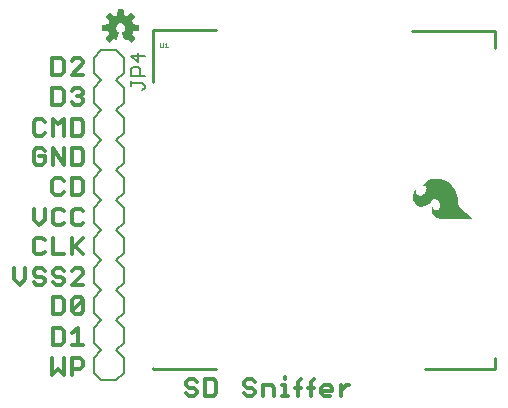
<source format=gbr>
G04 EAGLE Gerber RS-274X export*
G75*
%MOMM*%
%FSLAX34Y34*%
%LPD*%
%INSilkscreen Top*%
%IPPOS*%
%AMOC8*
5,1,8,0,0,1.08239X$1,22.5*%
G01*
%ADD10C,0.355600*%
%ADD11C,0.254000*%
%ADD12C,0.025400*%
%ADD13C,0.203200*%
%ADD14C,0.127000*%

G36*
X714852Y149547D02*
X714852Y149547D01*
X714854Y149547D01*
X714854Y149548D01*
X714855Y149549D01*
X714853Y149552D01*
X714852Y149554D01*
X714653Y149654D01*
X714254Y150054D01*
X714253Y150054D01*
X713553Y150654D01*
X712653Y151354D01*
X711653Y152254D01*
X710453Y153254D01*
X709253Y154354D01*
X707953Y155554D01*
X706553Y156854D01*
X705253Y157954D01*
X704154Y159053D01*
X703254Y160053D01*
X702554Y161053D01*
X702055Y162152D01*
X701755Y163251D01*
X701755Y167150D01*
X701755Y167151D01*
X701455Y169551D01*
X700855Y171751D01*
X700854Y171752D01*
X700855Y171752D01*
X699955Y173752D01*
X699954Y173752D01*
X699954Y173753D01*
X698754Y175653D01*
X697454Y177353D01*
X697453Y177353D01*
X697453Y177354D01*
X695853Y178854D01*
X694053Y180254D01*
X694052Y180254D01*
X690352Y182154D01*
X690351Y182155D01*
X686751Y183155D01*
X686751Y183154D01*
X686750Y183155D01*
X686687Y183159D01*
X686686Y183159D01*
X686600Y183164D01*
X686599Y183164D01*
X686513Y183169D01*
X686512Y183169D01*
X686426Y183174D01*
X686425Y183174D01*
X686339Y183178D01*
X686339Y183179D01*
X686252Y183183D01*
X686165Y183188D01*
X686078Y183193D01*
X685991Y183198D01*
X685904Y183203D01*
X685817Y183208D01*
X685730Y183213D01*
X685643Y183218D01*
X685556Y183223D01*
X685469Y183228D01*
X685382Y183233D01*
X685295Y183238D01*
X685208Y183243D01*
X685121Y183248D01*
X685034Y183253D01*
X684948Y183258D01*
X684947Y183258D01*
X684861Y183263D01*
X684860Y183263D01*
X684774Y183268D01*
X684773Y183268D01*
X684687Y183273D01*
X684686Y183273D01*
X684600Y183278D01*
X684599Y183278D01*
X684513Y183283D01*
X684512Y183283D01*
X684426Y183288D01*
X684339Y183293D01*
X684252Y183298D01*
X684165Y183303D01*
X684078Y183308D01*
X683991Y183313D01*
X683904Y183318D01*
X683817Y183323D01*
X683730Y183328D01*
X683643Y183333D01*
X683556Y183337D01*
X683556Y183338D01*
X683469Y183342D01*
X683382Y183347D01*
X683295Y183352D01*
X683250Y183355D01*
X683249Y183355D01*
X679949Y182855D01*
X679949Y182854D01*
X679948Y182855D01*
X677148Y181855D01*
X677148Y181854D01*
X674748Y180554D01*
X674747Y180553D01*
X674746Y180554D01*
X673046Y178854D01*
X673046Y178853D01*
X672046Y177253D01*
X672046Y177252D01*
X672046Y177251D01*
X672045Y177251D01*
X672046Y177249D01*
X672047Y177246D01*
X672049Y177246D01*
X672050Y177245D01*
X672650Y177245D01*
X672651Y177245D01*
X673150Y177345D01*
X673749Y177245D01*
X674348Y177145D01*
X674847Y176846D01*
X675346Y176347D01*
X675645Y175649D01*
X675645Y174951D01*
X675445Y174251D01*
X675245Y173552D01*
X674846Y172753D01*
X674346Y172053D01*
X673846Y171353D01*
X673246Y170654D01*
X672747Y170154D01*
X671947Y169654D01*
X671348Y169255D01*
X670649Y169055D01*
X670050Y168955D01*
X669451Y169055D01*
X668952Y169255D01*
X668353Y169554D01*
X667853Y169954D01*
X667154Y170753D01*
X666755Y171552D01*
X666555Y172351D01*
X666455Y173250D01*
X666455Y174549D01*
X666555Y174949D01*
X666555Y174950D01*
X666555Y175050D01*
X666554Y175052D01*
X666553Y175054D01*
X666552Y175054D01*
X666551Y175055D01*
X666550Y175054D01*
X666550Y175055D01*
X666548Y175053D01*
X666546Y175053D01*
X666346Y174753D01*
X665846Y174053D01*
X665146Y172853D01*
X665146Y172852D01*
X665145Y172852D01*
X664545Y171352D01*
X664546Y171352D01*
X664545Y171351D01*
X664045Y169551D01*
X664046Y169551D01*
X664045Y169550D01*
X663945Y167550D01*
X663946Y167550D01*
X663945Y167549D01*
X664445Y165349D01*
X664446Y165348D01*
X665646Y163048D01*
X665646Y163047D01*
X667046Y161347D01*
X667047Y161347D01*
X667047Y161346D01*
X668647Y160246D01*
X668648Y160246D01*
X668648Y160245D01*
X670348Y159645D01*
X670349Y159646D01*
X670350Y159645D01*
X672050Y159645D01*
X672051Y159646D01*
X672051Y159645D01*
X673751Y160145D01*
X673752Y160146D01*
X675552Y161046D01*
X675553Y161046D01*
X677253Y162346D01*
X677253Y162347D01*
X677254Y162346D01*
X678953Y164046D01*
X680453Y165346D01*
X681951Y166045D01*
X683349Y166045D01*
X684647Y165646D01*
X685646Y164747D01*
X686445Y163548D01*
X686845Y162149D01*
X686845Y160551D01*
X686545Y159451D01*
X686246Y158553D01*
X685646Y157854D01*
X685047Y157254D01*
X684448Y156955D01*
X683749Y156755D01*
X683051Y156755D01*
X682452Y156954D01*
X682053Y157254D01*
X681654Y157653D01*
X681254Y158153D01*
X680954Y158553D01*
X680755Y159052D01*
X680754Y159052D01*
X680454Y159652D01*
X680453Y159653D01*
X680454Y159654D01*
X680354Y159754D01*
X680352Y159754D01*
X680351Y159755D01*
X680349Y159754D01*
X680347Y159754D01*
X680347Y159752D01*
X680345Y159750D01*
X680345Y159651D01*
X680245Y159352D01*
X680045Y158852D01*
X680046Y158851D01*
X680045Y158851D01*
X679945Y158151D01*
X679945Y158150D01*
X679945Y156350D01*
X679945Y156349D01*
X680145Y155349D01*
X680445Y154249D01*
X680446Y154248D01*
X680445Y154248D01*
X680845Y153248D01*
X680846Y153248D01*
X680846Y153247D01*
X681446Y152347D01*
X681447Y152347D01*
X681446Y152346D01*
X682246Y151546D01*
X682247Y151546D01*
X683147Y150846D01*
X683148Y150846D01*
X684248Y150246D01*
X684249Y150245D01*
X685649Y149845D01*
X687249Y149645D01*
X687250Y149645D01*
X689150Y149545D01*
X714850Y149545D01*
X714852Y149547D01*
G37*
G36*
X425880Y298596D02*
X425880Y298596D01*
X425988Y298606D01*
X426001Y298612D01*
X426015Y298614D01*
X426112Y298662D01*
X426211Y298707D01*
X426224Y298718D01*
X426233Y298722D01*
X426248Y298738D01*
X426325Y298800D01*
X428910Y301385D01*
X428973Y301474D01*
X429039Y301559D01*
X429044Y301572D01*
X429052Y301584D01*
X429083Y301687D01*
X429119Y301790D01*
X429119Y301804D01*
X429123Y301817D01*
X429119Y301925D01*
X429120Y302034D01*
X429115Y302047D01*
X429115Y302061D01*
X429077Y302163D01*
X429042Y302265D01*
X429033Y302280D01*
X429029Y302289D01*
X429015Y302306D01*
X428961Y302388D01*
X426197Y305778D01*
X426754Y306860D01*
X426760Y306880D01*
X426802Y306975D01*
X427173Y308134D01*
X431524Y308577D01*
X431628Y308605D01*
X431734Y308630D01*
X431746Y308637D01*
X431759Y308640D01*
X431849Y308701D01*
X431942Y308758D01*
X431950Y308769D01*
X431962Y308777D01*
X432028Y308863D01*
X432097Y308947D01*
X432101Y308960D01*
X432110Y308971D01*
X432144Y309074D01*
X432183Y309175D01*
X432184Y309193D01*
X432188Y309202D01*
X432188Y309224D01*
X432197Y309322D01*
X432197Y312978D01*
X432180Y313085D01*
X432166Y313193D01*
X432160Y313205D01*
X432158Y313219D01*
X432106Y313315D01*
X432059Y313412D01*
X432049Y313422D01*
X432043Y313434D01*
X431963Y313508D01*
X431887Y313585D01*
X431875Y313591D01*
X431865Y313601D01*
X431766Y313646D01*
X431669Y313694D01*
X431651Y313698D01*
X431642Y313702D01*
X431621Y313704D01*
X431524Y313723D01*
X427173Y314166D01*
X426802Y315325D01*
X426793Y315342D01*
X426791Y315350D01*
X426787Y315357D01*
X426754Y315440D01*
X426197Y316522D01*
X428961Y319912D01*
X429015Y320006D01*
X429072Y320098D01*
X429075Y320111D01*
X429082Y320123D01*
X429103Y320230D01*
X429128Y320335D01*
X429126Y320349D01*
X429129Y320363D01*
X429114Y320470D01*
X429104Y320578D01*
X429098Y320591D01*
X429096Y320605D01*
X429048Y320702D01*
X429003Y320801D01*
X428992Y320814D01*
X428988Y320823D01*
X428972Y320838D01*
X428910Y320915D01*
X426325Y323500D01*
X426236Y323563D01*
X426151Y323629D01*
X426138Y323634D01*
X426126Y323642D01*
X426023Y323673D01*
X425920Y323709D01*
X425906Y323709D01*
X425893Y323713D01*
X425785Y323709D01*
X425676Y323710D01*
X425663Y323705D01*
X425649Y323705D01*
X425547Y323667D01*
X425445Y323632D01*
X425430Y323623D01*
X425421Y323619D01*
X425404Y323605D01*
X425322Y323551D01*
X421932Y320787D01*
X420850Y321344D01*
X420830Y321350D01*
X420735Y321392D01*
X419576Y321763D01*
X419133Y326114D01*
X419105Y326218D01*
X419080Y326324D01*
X419073Y326336D01*
X419070Y326349D01*
X419009Y326439D01*
X418952Y326532D01*
X418941Y326540D01*
X418933Y326552D01*
X418847Y326618D01*
X418763Y326687D01*
X418750Y326691D01*
X418739Y326700D01*
X418636Y326734D01*
X418535Y326773D01*
X418517Y326774D01*
X418508Y326778D01*
X418486Y326778D01*
X418388Y326787D01*
X414732Y326787D01*
X414625Y326770D01*
X414517Y326756D01*
X414505Y326750D01*
X414491Y326748D01*
X414395Y326696D01*
X414298Y326649D01*
X414288Y326639D01*
X414276Y326633D01*
X414202Y326553D01*
X414125Y326477D01*
X414119Y326465D01*
X414109Y326455D01*
X414064Y326356D01*
X414016Y326259D01*
X414012Y326241D01*
X414008Y326232D01*
X414006Y326211D01*
X413987Y326114D01*
X413544Y321763D01*
X412385Y321392D01*
X412367Y321382D01*
X412270Y321344D01*
X411188Y320787D01*
X407798Y323551D01*
X407704Y323605D01*
X407612Y323662D01*
X407599Y323665D01*
X407587Y323672D01*
X407480Y323693D01*
X407375Y323718D01*
X407361Y323716D01*
X407347Y323719D01*
X407240Y323704D01*
X407132Y323694D01*
X407119Y323688D01*
X407106Y323686D01*
X407008Y323638D01*
X406909Y323593D01*
X406896Y323582D01*
X406887Y323578D01*
X406872Y323562D01*
X406795Y323500D01*
X404210Y320915D01*
X404147Y320826D01*
X404081Y320741D01*
X404076Y320728D01*
X404068Y320716D01*
X404037Y320613D01*
X404001Y320510D01*
X404001Y320496D01*
X403997Y320483D01*
X404001Y320375D01*
X404000Y320266D01*
X404005Y320253D01*
X404005Y320239D01*
X404043Y320137D01*
X404078Y320035D01*
X404087Y320020D01*
X404091Y320011D01*
X404105Y319994D01*
X404159Y319912D01*
X406923Y316522D01*
X406366Y315440D01*
X406360Y315420D01*
X406318Y315325D01*
X405947Y314166D01*
X401596Y313723D01*
X401492Y313695D01*
X401386Y313670D01*
X401374Y313663D01*
X401361Y313660D01*
X401271Y313599D01*
X401178Y313542D01*
X401170Y313531D01*
X401158Y313523D01*
X401092Y313437D01*
X401024Y313353D01*
X401019Y313340D01*
X401010Y313329D01*
X400976Y313226D01*
X400937Y313125D01*
X400936Y313107D01*
X400932Y313098D01*
X400933Y313076D01*
X400923Y312978D01*
X400923Y309322D01*
X400940Y309215D01*
X400954Y309107D01*
X400960Y309095D01*
X400962Y309081D01*
X401014Y308985D01*
X401061Y308888D01*
X401071Y308878D01*
X401077Y308866D01*
X401157Y308792D01*
X401233Y308715D01*
X401245Y308709D01*
X401256Y308699D01*
X401354Y308654D01*
X401451Y308606D01*
X401469Y308602D01*
X401478Y308598D01*
X401499Y308596D01*
X401596Y308577D01*
X405947Y308134D01*
X406318Y306975D01*
X406328Y306957D01*
X406366Y306860D01*
X406923Y305778D01*
X404159Y302388D01*
X404105Y302294D01*
X404048Y302202D01*
X404045Y302189D01*
X404038Y302177D01*
X404017Y302070D01*
X403992Y301965D01*
X403994Y301951D01*
X403991Y301937D01*
X404006Y301830D01*
X404016Y301722D01*
X404022Y301709D01*
X404024Y301696D01*
X404072Y301598D01*
X404117Y301499D01*
X404128Y301486D01*
X404132Y301477D01*
X404148Y301462D01*
X404210Y301385D01*
X406795Y298800D01*
X406884Y298737D01*
X406969Y298671D01*
X406982Y298666D01*
X406994Y298658D01*
X407097Y298627D01*
X407200Y298591D01*
X407214Y298591D01*
X407227Y298587D01*
X407335Y298591D01*
X407444Y298590D01*
X407457Y298595D01*
X407471Y298595D01*
X407573Y298633D01*
X407675Y298668D01*
X407690Y298677D01*
X407699Y298681D01*
X407716Y298695D01*
X407798Y298749D01*
X411188Y301513D01*
X412270Y300956D01*
X412323Y300939D01*
X412372Y300913D01*
X412438Y300902D01*
X412502Y300881D01*
X412558Y300882D01*
X412612Y300873D01*
X412679Y300884D01*
X412746Y300885D01*
X412798Y300903D01*
X412853Y300912D01*
X412913Y300944D01*
X412976Y300967D01*
X413019Y301001D01*
X413069Y301027D01*
X413115Y301076D01*
X413167Y301118D01*
X413198Y301165D01*
X413236Y301205D01*
X413292Y301310D01*
X413300Y301323D01*
X413301Y301328D01*
X413305Y301335D01*
X415458Y306532D01*
X415478Y306616D01*
X415483Y306628D01*
X415485Y306644D01*
X415510Y306730D01*
X415509Y306750D01*
X415514Y306770D01*
X415506Y306852D01*
X415507Y306871D01*
X415503Y306891D01*
X415499Y306974D01*
X415492Y306993D01*
X415490Y307013D01*
X415458Y307082D01*
X415452Y307109D01*
X415437Y307133D01*
X415410Y307202D01*
X415397Y307217D01*
X415389Y307235D01*
X415344Y307284D01*
X415324Y307316D01*
X415292Y307342D01*
X415253Y307388D01*
X415232Y307403D01*
X415222Y307413D01*
X415201Y307425D01*
X415138Y307469D01*
X415135Y307471D01*
X415134Y307471D01*
X415132Y307473D01*
X414248Y307968D01*
X413569Y308595D01*
X413055Y309364D01*
X412735Y310232D01*
X412627Y311149D01*
X412740Y312084D01*
X413071Y312965D01*
X413603Y313742D01*
X414304Y314371D01*
X415134Y314814D01*
X416046Y315048D01*
X416988Y315058D01*
X417904Y314844D01*
X418744Y314419D01*
X419458Y313806D01*
X420007Y313041D01*
X420358Y312167D01*
X420491Y311235D01*
X420399Y310298D01*
X420087Y309410D01*
X419572Y308622D01*
X418885Y307978D01*
X417986Y307472D01*
X417946Y307439D01*
X417904Y307417D01*
X417873Y307384D01*
X417825Y307349D01*
X417812Y307332D01*
X417796Y307319D01*
X417761Y307265D01*
X417737Y307239D01*
X417724Y307208D01*
X417682Y307151D01*
X417676Y307131D01*
X417665Y307113D01*
X417647Y307040D01*
X417637Y307017D01*
X417634Y306993D01*
X417611Y306918D01*
X417612Y306897D01*
X417607Y306876D01*
X417614Y306792D01*
X417613Y306774D01*
X417616Y306758D01*
X417619Y306674D01*
X417627Y306648D01*
X417628Y306633D01*
X417638Y306611D01*
X417662Y306532D01*
X417970Y305787D01*
X417971Y305787D01*
X418281Y305038D01*
X418591Y304289D01*
X418591Y304288D01*
X418902Y303540D01*
X418902Y303539D01*
X419212Y302790D01*
X419522Y302041D01*
X419523Y302041D01*
X419815Y301335D01*
X419844Y301288D01*
X419865Y301236D01*
X419908Y301185D01*
X419944Y301128D01*
X419987Y301093D01*
X420023Y301050D01*
X420080Y301016D01*
X420132Y300973D01*
X420184Y300954D01*
X420232Y300925D01*
X420298Y300911D01*
X420361Y300887D01*
X420416Y300885D01*
X420470Y300874D01*
X420537Y300881D01*
X420604Y300879D01*
X420658Y300895D01*
X420713Y300902D01*
X420824Y300946D01*
X420838Y300950D01*
X420842Y300953D01*
X420850Y300956D01*
X421932Y301513D01*
X425322Y298749D01*
X425416Y298695D01*
X425508Y298638D01*
X425521Y298635D01*
X425533Y298628D01*
X425640Y298607D01*
X425745Y298582D01*
X425759Y298584D01*
X425773Y298581D01*
X425880Y298596D01*
G37*
D10*
X358655Y285794D02*
X358655Y271558D01*
X365773Y271558D01*
X368146Y273931D01*
X368146Y283421D01*
X365773Y285794D01*
X358655Y285794D01*
X375026Y271558D02*
X384517Y271558D01*
X375026Y271558D02*
X384517Y281049D01*
X384517Y283421D01*
X382144Y285794D01*
X377399Y285794D01*
X375026Y283421D01*
X358655Y260124D02*
X358655Y245888D01*
X365773Y245888D01*
X368146Y248261D01*
X368146Y257751D01*
X365773Y260124D01*
X358655Y260124D01*
X375026Y257751D02*
X377399Y260124D01*
X382144Y260124D01*
X384517Y257751D01*
X384517Y255379D01*
X382144Y253006D01*
X379772Y253006D01*
X382144Y253006D02*
X384517Y250633D01*
X384517Y248261D01*
X382144Y245888D01*
X377399Y245888D01*
X375026Y248261D01*
X352254Y231631D02*
X349881Y234004D01*
X345136Y234004D01*
X342763Y231631D01*
X342763Y222141D01*
X345136Y219768D01*
X349881Y219768D01*
X352254Y222141D01*
X359135Y219768D02*
X359135Y234004D01*
X363880Y229259D01*
X368626Y234004D01*
X368626Y219768D01*
X375506Y219768D02*
X375506Y234004D01*
X375506Y219768D02*
X382624Y219768D01*
X384997Y222141D01*
X384997Y231631D01*
X382624Y234004D01*
X375506Y234004D01*
X342763Y158004D02*
X342763Y148513D01*
X347509Y143768D01*
X352254Y148513D01*
X352254Y158004D01*
X366253Y158004D02*
X368626Y155631D01*
X366253Y158004D02*
X361508Y158004D01*
X359135Y155631D01*
X359135Y146141D01*
X361508Y143768D01*
X366253Y143768D01*
X368626Y146141D01*
X382624Y158004D02*
X384997Y155631D01*
X382624Y158004D02*
X377879Y158004D01*
X375506Y155631D01*
X375506Y146141D01*
X377879Y143768D01*
X382624Y143768D01*
X384997Y146141D01*
X352254Y131101D02*
X349881Y133474D01*
X345136Y133474D01*
X342763Y131101D01*
X342763Y121611D01*
X345136Y119238D01*
X349881Y119238D01*
X352254Y121611D01*
X359135Y119238D02*
X359135Y133474D01*
X359135Y119238D02*
X368626Y119238D01*
X375506Y119238D02*
X375506Y133474D01*
X375506Y123983D02*
X384997Y133474D01*
X377879Y126356D02*
X384997Y119238D01*
X326392Y107674D02*
X326392Y98183D01*
X331137Y93438D01*
X335882Y98183D01*
X335882Y107674D01*
X349881Y107674D02*
X352254Y105301D01*
X349881Y107674D02*
X345136Y107674D01*
X342763Y105301D01*
X342763Y102929D01*
X345136Y100556D01*
X349881Y100556D01*
X352254Y98183D01*
X352254Y95811D01*
X349881Y93438D01*
X345136Y93438D01*
X342763Y95811D01*
X366253Y107674D02*
X368626Y105301D01*
X366253Y107674D02*
X361507Y107674D01*
X359135Y105301D01*
X359135Y102929D01*
X361507Y100556D01*
X366253Y100556D01*
X368626Y98183D01*
X368626Y95811D01*
X366253Y93438D01*
X361507Y93438D01*
X359135Y95811D01*
X375506Y93438D02*
X384997Y93438D01*
X375506Y93438D02*
X384997Y102929D01*
X384997Y105301D01*
X382624Y107674D01*
X377879Y107674D01*
X375506Y105301D01*
X352254Y207101D02*
X349881Y209474D01*
X345136Y209474D01*
X342763Y207101D01*
X342763Y197611D01*
X345136Y195238D01*
X349881Y195238D01*
X352254Y197611D01*
X352254Y202356D01*
X347509Y202356D01*
X359135Y195238D02*
X359135Y209474D01*
X368626Y195238D01*
X368626Y209474D01*
X375506Y209474D02*
X375506Y195238D01*
X382624Y195238D01*
X384997Y197611D01*
X384997Y207101D01*
X382624Y209474D01*
X375506Y209474D01*
X359135Y82874D02*
X359135Y68638D01*
X366253Y68638D01*
X368626Y71011D01*
X368626Y80501D01*
X366253Y82874D01*
X359135Y82874D01*
X375506Y80501D02*
X375506Y71011D01*
X375506Y80501D02*
X377879Y82874D01*
X382624Y82874D01*
X384997Y80501D01*
X384997Y71011D01*
X382624Y68638D01*
X377879Y68638D01*
X375506Y71011D01*
X384997Y80501D01*
X359135Y57074D02*
X359135Y42838D01*
X366253Y42838D01*
X368626Y45211D01*
X368626Y54701D01*
X366253Y57074D01*
X359135Y57074D01*
X375506Y52329D02*
X380252Y57074D01*
X380252Y42838D01*
X384997Y42838D02*
X375506Y42838D01*
X478796Y13474D02*
X481169Y11101D01*
X478796Y13474D02*
X474051Y13474D01*
X471678Y11101D01*
X471678Y8729D01*
X474051Y6356D01*
X478796Y6356D01*
X481169Y3983D01*
X481169Y1611D01*
X478796Y-762D01*
X474051Y-762D01*
X471678Y1611D01*
X488050Y-762D02*
X488050Y13474D01*
X488050Y-762D02*
X495168Y-762D01*
X497540Y1611D01*
X497540Y11101D01*
X495168Y13474D01*
X488050Y13474D01*
X527911Y13474D02*
X530283Y11101D01*
X527911Y13474D02*
X523165Y13474D01*
X520793Y11101D01*
X520793Y8729D01*
X523165Y6356D01*
X527911Y6356D01*
X530283Y3983D01*
X530283Y1611D01*
X527911Y-762D01*
X523165Y-762D01*
X520793Y1611D01*
X537164Y-762D02*
X537164Y8729D01*
X544282Y8729D01*
X546655Y6356D01*
X546655Y-762D01*
X553536Y8729D02*
X555909Y8729D01*
X555909Y-762D01*
X558281Y-762D02*
X553536Y-762D01*
X555909Y13474D02*
X555909Y15847D01*
X566823Y11101D02*
X566823Y-762D01*
X566823Y11101D02*
X569196Y13474D01*
X569196Y6356D02*
X564450Y6356D01*
X577737Y11101D02*
X577737Y-762D01*
X577737Y11101D02*
X580110Y13474D01*
X580110Y6356D02*
X575365Y6356D01*
X588652Y-762D02*
X593397Y-762D01*
X588652Y-762D02*
X586279Y1611D01*
X586279Y6356D01*
X588652Y8729D01*
X593397Y8729D01*
X595770Y6356D01*
X595770Y3983D01*
X586279Y3983D01*
X602651Y-762D02*
X602651Y8729D01*
X607396Y8729D02*
X602651Y3983D01*
X607396Y8729D02*
X609769Y8729D01*
X368146Y181821D02*
X365773Y184194D01*
X361028Y184194D01*
X358655Y181821D01*
X358655Y172331D01*
X361028Y169958D01*
X365773Y169958D01*
X368146Y172331D01*
X375026Y169958D02*
X375026Y184194D01*
X375026Y169958D02*
X382144Y169958D01*
X384517Y172331D01*
X384517Y181821D01*
X382144Y184194D01*
X375026Y184194D01*
X358655Y31794D02*
X358655Y17558D01*
X363400Y22303D01*
X368146Y17558D01*
X368146Y31794D01*
X375026Y31794D02*
X375026Y17558D01*
X375026Y31794D02*
X382144Y31794D01*
X384517Y29421D01*
X384517Y24676D01*
X382144Y22303D01*
X375026Y22303D01*
D11*
X443550Y265290D02*
X443550Y309280D01*
X496890Y309280D01*
X662990Y308280D02*
X733380Y308280D01*
X733500Y294100D01*
X733380Y21830D02*
X674610Y21830D01*
X733380Y21830D02*
X733380Y31610D01*
X443550Y22720D02*
X443550Y21830D01*
X496890Y21830D01*
D12*
X450027Y295263D02*
X450027Y298440D01*
X450027Y295263D02*
X450663Y294627D01*
X451934Y294627D01*
X452569Y295263D01*
X452569Y298440D01*
X453769Y297169D02*
X455040Y298440D01*
X455040Y294627D01*
X453769Y294627D02*
X456311Y294627D01*
D13*
X419100Y133350D02*
X419100Y120650D01*
X412750Y114300D01*
X400050Y114300D02*
X393700Y120650D01*
X419100Y158750D02*
X412750Y165100D01*
X419100Y158750D02*
X419100Y146050D01*
X412750Y139700D01*
X400050Y139700D02*
X393700Y146050D01*
X393700Y158750D01*
X400050Y165100D01*
X412750Y139700D02*
X419100Y133350D01*
X400050Y139700D02*
X393700Y133350D01*
X393700Y120650D01*
X419100Y196850D02*
X419100Y209550D01*
X419100Y196850D02*
X412750Y190500D01*
X400050Y190500D02*
X393700Y196850D01*
X412750Y190500D02*
X419100Y184150D01*
X419100Y171450D01*
X412750Y165100D01*
X400050Y165100D02*
X393700Y171450D01*
X393700Y184150D01*
X400050Y190500D01*
X419100Y234950D02*
X412750Y241300D01*
X419100Y234950D02*
X419100Y222250D01*
X412750Y215900D01*
X400050Y215900D02*
X393700Y222250D01*
X393700Y234950D01*
X400050Y241300D01*
X412750Y215900D02*
X419100Y209550D01*
X400050Y215900D02*
X393700Y209550D01*
X393700Y196850D01*
X419100Y273050D02*
X419100Y285750D01*
X419100Y273050D02*
X412750Y266700D01*
X400050Y266700D02*
X393700Y273050D01*
X412750Y266700D02*
X419100Y260350D01*
X419100Y247650D01*
X412750Y241300D01*
X400050Y241300D02*
X393700Y247650D01*
X393700Y260350D01*
X400050Y266700D01*
X400050Y292100D02*
X412750Y292100D01*
X419100Y285750D01*
X400050Y292100D02*
X393700Y285750D01*
X393700Y273050D01*
X419100Y107950D02*
X419100Y95250D01*
X412750Y88900D01*
X400050Y88900D02*
X393700Y95250D01*
X412750Y114300D02*
X419100Y107950D01*
X400050Y114300D02*
X393700Y107950D01*
X393700Y95250D01*
X419100Y82550D02*
X419100Y69850D01*
X412750Y63500D01*
X400050Y63500D02*
X393700Y69850D01*
X412750Y88900D02*
X419100Y82550D01*
X400050Y88900D02*
X393700Y82550D01*
X393700Y69850D01*
X419100Y57150D02*
X419100Y44450D01*
X412750Y38100D01*
X400050Y38100D02*
X393700Y44450D01*
X412750Y63500D02*
X419100Y57150D01*
X400050Y63500D02*
X393700Y57150D01*
X393700Y44450D01*
X419100Y31750D02*
X419100Y19050D01*
X412750Y12700D01*
X400050Y12700D01*
X393700Y19050D01*
X412750Y38100D02*
X419100Y31750D01*
X400050Y38100D02*
X393700Y31750D01*
X393700Y19050D01*
D14*
X434846Y258415D02*
X436753Y260322D01*
X436753Y262228D01*
X434846Y264135D01*
X425313Y264135D01*
X425313Y262228D02*
X425313Y266042D01*
X425313Y270109D02*
X436753Y270109D01*
X425313Y270109D02*
X425313Y275829D01*
X427220Y277736D01*
X431033Y277736D01*
X432940Y275829D01*
X432940Y270109D01*
X436753Y287523D02*
X425313Y287523D01*
X431033Y281803D01*
X431033Y289429D01*
M02*

</source>
